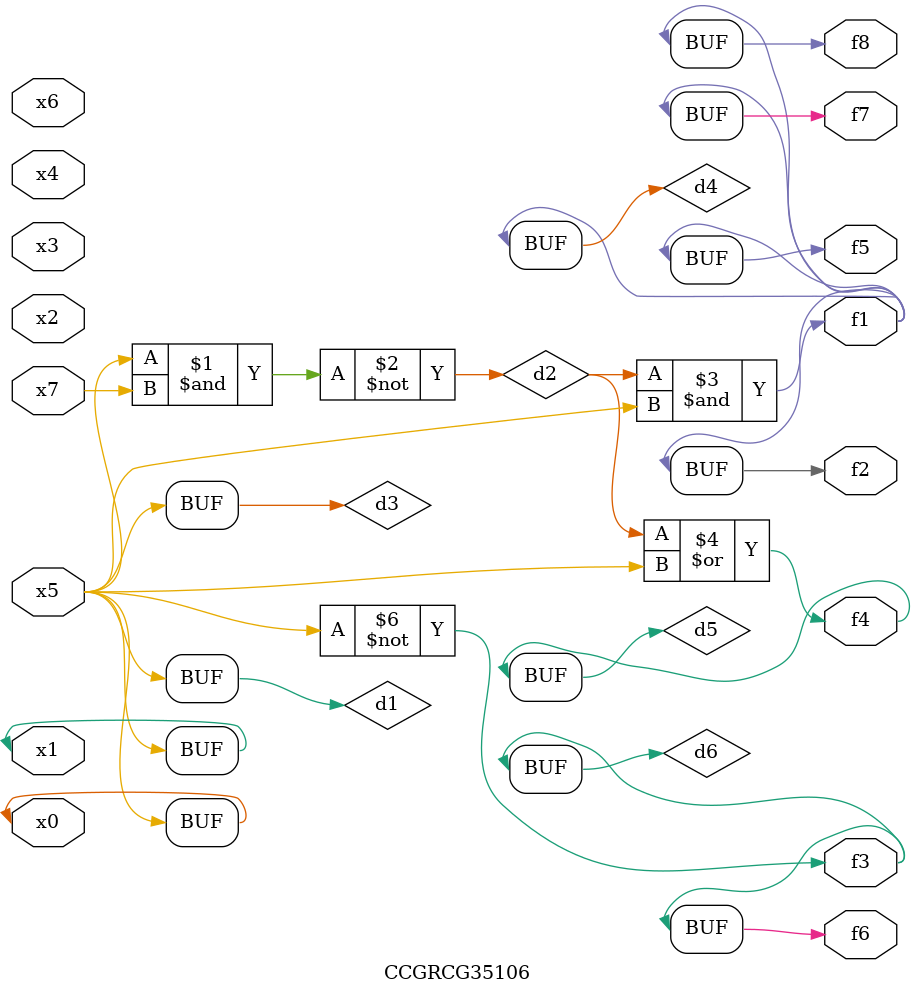
<source format=v>
module CCGRCG35106(
	input x0, x1, x2, x3, x4, x5, x6, x7,
	output f1, f2, f3, f4, f5, f6, f7, f8
);

	wire d1, d2, d3, d4, d5, d6;

	buf (d1, x0, x5);
	nand (d2, x5, x7);
	buf (d3, x0, x1);
	and (d4, d2, d3);
	or (d5, d2, d3);
	nor (d6, d1, d3);
	assign f1 = d4;
	assign f2 = d4;
	assign f3 = d6;
	assign f4 = d5;
	assign f5 = d4;
	assign f6 = d6;
	assign f7 = d4;
	assign f8 = d4;
endmodule

</source>
